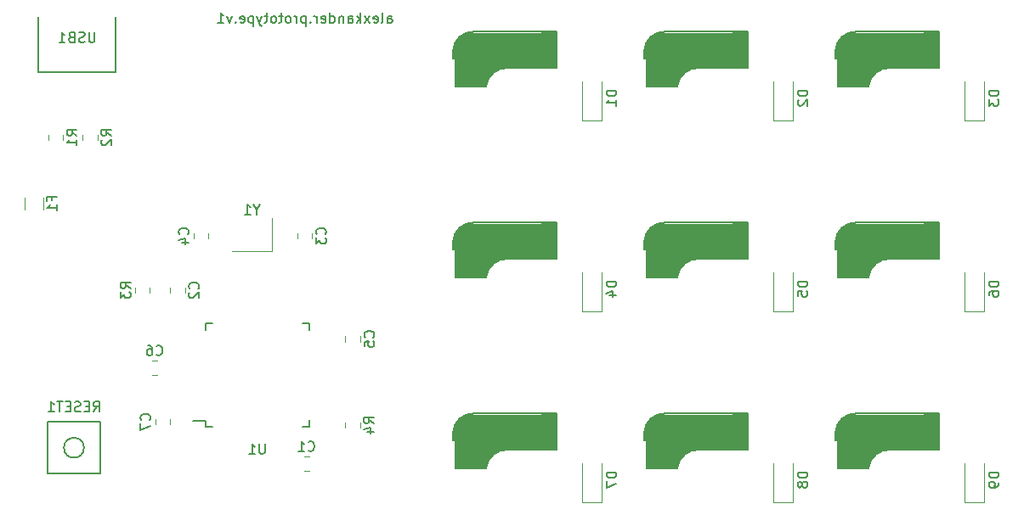
<source format=gbr>
%TF.GenerationSoftware,KiCad,Pcbnew,(5.1.9)-1*%
%TF.CreationDate,2021-06-16T12:24:14-05:00*%
%TF.ProjectId,practice-pcb-ai03-tutorial,70726163-7469-4636-952d-7063622d6169,rev?*%
%TF.SameCoordinates,Original*%
%TF.FileFunction,Legend,Bot*%
%TF.FilePolarity,Positive*%
%FSLAX46Y46*%
G04 Gerber Fmt 4.6, Leading zero omitted, Abs format (unit mm)*
G04 Created by KiCad (PCBNEW (5.1.9)-1) date 2021-06-16 12:24:14*
%MOMM*%
%LPD*%
G01*
G04 APERTURE LIST*
%ADD10C,0.150000*%
%ADD11C,0.300000*%
%ADD12C,0.800000*%
%ADD13C,3.000000*%
%ADD14C,0.500000*%
%ADD15C,1.000000*%
%ADD16C,3.500000*%
%ADD17C,0.400000*%
%ADD18C,0.120000*%
G04 APERTURE END LIST*
D10*
X-12423214Y7485119D02*
X-12423214Y8008928D01*
X-12375595Y8104166D01*
X-12280357Y8151785D01*
X-12089880Y8151785D01*
X-11994642Y8104166D01*
X-12423214Y7532738D02*
X-12327976Y7485119D01*
X-12089880Y7485119D01*
X-11994642Y7532738D01*
X-11947023Y7627976D01*
X-11947023Y7723214D01*
X-11994642Y7818452D01*
X-12089880Y7866071D01*
X-12327976Y7866071D01*
X-12423214Y7913690D01*
X-13042261Y7485119D02*
X-12947023Y7532738D01*
X-12899404Y7627976D01*
X-12899404Y8485119D01*
X-13804166Y7532738D02*
X-13708928Y7485119D01*
X-13518452Y7485119D01*
X-13423214Y7532738D01*
X-13375595Y7627976D01*
X-13375595Y8008928D01*
X-13423214Y8104166D01*
X-13518452Y8151785D01*
X-13708928Y8151785D01*
X-13804166Y8104166D01*
X-13851785Y8008928D01*
X-13851785Y7913690D01*
X-13375595Y7818452D01*
X-14185119Y7485119D02*
X-14708928Y8151785D01*
X-14185119Y8151785D02*
X-14708928Y7485119D01*
X-15089880Y7485119D02*
X-15089880Y8485119D01*
X-15185119Y7866071D02*
X-15470833Y7485119D01*
X-15470833Y8151785D02*
X-15089880Y7770833D01*
X-16327976Y7485119D02*
X-16327976Y8008928D01*
X-16280357Y8104166D01*
X-16185119Y8151785D01*
X-15994642Y8151785D01*
X-15899404Y8104166D01*
X-16327976Y7532738D02*
X-16232738Y7485119D01*
X-15994642Y7485119D01*
X-15899404Y7532738D01*
X-15851785Y7627976D01*
X-15851785Y7723214D01*
X-15899404Y7818452D01*
X-15994642Y7866071D01*
X-16232738Y7866071D01*
X-16327976Y7913690D01*
X-16804166Y8151785D02*
X-16804166Y7485119D01*
X-16804166Y8056547D02*
X-16851785Y8104166D01*
X-16947023Y8151785D01*
X-17089880Y8151785D01*
X-17185119Y8104166D01*
X-17232738Y8008928D01*
X-17232738Y7485119D01*
X-18137500Y7485119D02*
X-18137500Y8485119D01*
X-18137500Y7532738D02*
X-18042261Y7485119D01*
X-17851785Y7485119D01*
X-17756547Y7532738D01*
X-17708928Y7580357D01*
X-17661309Y7675595D01*
X-17661309Y7961309D01*
X-17708928Y8056547D01*
X-17756547Y8104166D01*
X-17851785Y8151785D01*
X-18042261Y8151785D01*
X-18137500Y8104166D01*
X-18994642Y7532738D02*
X-18899404Y7485119D01*
X-18708928Y7485119D01*
X-18613690Y7532738D01*
X-18566071Y7627976D01*
X-18566071Y8008928D01*
X-18613690Y8104166D01*
X-18708928Y8151785D01*
X-18899404Y8151785D01*
X-18994642Y8104166D01*
X-19042261Y8008928D01*
X-19042261Y7913690D01*
X-18566071Y7818452D01*
X-19470833Y7485119D02*
X-19470833Y8151785D01*
X-19470833Y7961309D02*
X-19518452Y8056547D01*
X-19566071Y8104166D01*
X-19661309Y8151785D01*
X-19756547Y8151785D01*
X-20089880Y7580357D02*
X-20137500Y7532738D01*
X-20089880Y7485119D01*
X-20042261Y7532738D01*
X-20089880Y7580357D01*
X-20089880Y7485119D01*
X-20566071Y8151785D02*
X-20566071Y7151785D01*
X-20566071Y8104166D02*
X-20661309Y8151785D01*
X-20851785Y8151785D01*
X-20947023Y8104166D01*
X-20994642Y8056547D01*
X-21042261Y7961309D01*
X-21042261Y7675595D01*
X-20994642Y7580357D01*
X-20947023Y7532738D01*
X-20851785Y7485119D01*
X-20661309Y7485119D01*
X-20566071Y7532738D01*
X-21470833Y7485119D02*
X-21470833Y8151785D01*
X-21470833Y7961309D02*
X-21518452Y8056547D01*
X-21566071Y8104166D01*
X-21661309Y8151785D01*
X-21756547Y8151785D01*
X-22232738Y7485119D02*
X-22137500Y7532738D01*
X-22089880Y7580357D01*
X-22042261Y7675595D01*
X-22042261Y7961309D01*
X-22089880Y8056547D01*
X-22137500Y8104166D01*
X-22232738Y8151785D01*
X-22375595Y8151785D01*
X-22470833Y8104166D01*
X-22518452Y8056547D01*
X-22566071Y7961309D01*
X-22566071Y7675595D01*
X-22518452Y7580357D01*
X-22470833Y7532738D01*
X-22375595Y7485119D01*
X-22232738Y7485119D01*
X-22851785Y8151785D02*
X-23232738Y8151785D01*
X-22994642Y8485119D02*
X-22994642Y7627976D01*
X-23042261Y7532738D01*
X-23137500Y7485119D01*
X-23232738Y7485119D01*
X-23708928Y7485119D02*
X-23613690Y7532738D01*
X-23566071Y7580357D01*
X-23518452Y7675595D01*
X-23518452Y7961309D01*
X-23566071Y8056547D01*
X-23613690Y8104166D01*
X-23708928Y8151785D01*
X-23851785Y8151785D01*
X-23947023Y8104166D01*
X-23994642Y8056547D01*
X-24042261Y7961309D01*
X-24042261Y7675595D01*
X-23994642Y7580357D01*
X-23947023Y7532738D01*
X-23851785Y7485119D01*
X-23708928Y7485119D01*
X-24327976Y8151785D02*
X-24708928Y8151785D01*
X-24470833Y8485119D02*
X-24470833Y7627976D01*
X-24518452Y7532738D01*
X-24613690Y7485119D01*
X-24708928Y7485119D01*
X-24947023Y8151785D02*
X-25185119Y7485119D01*
X-25423214Y8151785D02*
X-25185119Y7485119D01*
X-25089880Y7247023D01*
X-25042261Y7199404D01*
X-24947023Y7151785D01*
X-25804166Y8151785D02*
X-25804166Y7151785D01*
X-25804166Y8104166D02*
X-25899404Y8151785D01*
X-26089880Y8151785D01*
X-26185119Y8104166D01*
X-26232738Y8056547D01*
X-26280357Y7961309D01*
X-26280357Y7675595D01*
X-26232738Y7580357D01*
X-26185119Y7532738D01*
X-26089880Y7485119D01*
X-25899404Y7485119D01*
X-25804166Y7532738D01*
X-27089880Y7532738D02*
X-26994642Y7485119D01*
X-26804166Y7485119D01*
X-26708928Y7532738D01*
X-26661309Y7627976D01*
X-26661309Y8008928D01*
X-26708928Y8104166D01*
X-26804166Y8151785D01*
X-26994642Y8151785D01*
X-27089880Y8104166D01*
X-27137499Y8008928D01*
X-27137499Y7913690D01*
X-26661309Y7818452D01*
X-27566071Y7580357D02*
X-27613690Y7532738D01*
X-27566071Y7485119D01*
X-27518452Y7532738D01*
X-27566071Y7580357D01*
X-27566071Y7485119D01*
X-27947023Y8151785D02*
X-28185119Y7485119D01*
X-28423214Y8151785D01*
X-29327976Y7485119D02*
X-28756547Y7485119D01*
X-29042261Y7485119D02*
X-29042261Y8485119D01*
X-28947023Y8342261D01*
X-28851785Y8247023D01*
X-28756547Y8199404D01*
D11*
%TO.C,SW1*%
X-5800000Y4050000D02*
X-5800000Y4700000D01*
D12*
X-5300000Y1600000D02*
X-5300000Y3399999D01*
D13*
X-4170000Y5100000D02*
X-4170000Y2860000D01*
D14*
X4200000Y3250000D02*
X2900000Y3300000D01*
D15*
X3900000Y6000000D02*
X3900000Y3500000D01*
D16*
X2600000Y4800000D02*
X-4100000Y4800000D01*
D10*
X4400000Y3000000D02*
X4400000Y6600000D01*
X4380000Y4000000D02*
X4380000Y6250000D01*
X-5900000Y3950000D02*
X-5700000Y3950000D01*
X-5650000Y5550000D02*
X-5650000Y1100000D01*
X-5900000Y4700000D02*
X-5900000Y3950000D01*
X-5650000Y1100000D02*
X-2620000Y1100000D01*
X-400000Y3000000D02*
X4400000Y3000000D01*
X4400000Y6600000D02*
X-3800001Y6600000D01*
D14*
X-5450000Y1300000D02*
X-3000000Y1300000D01*
D17*
X4250000Y6400000D02*
X3000000Y6400000D01*
D10*
X-2616318Y1121471D02*
G75*
G02*
X-400000Y3000000I2151318J-291471D01*
G01*
X-5900000Y4699999D02*
G75*
G02*
X-3800001Y6600000I2000000J-99999D01*
G01*
D15*
X-3016318Y1521471D02*
G75*
G02*
X-800000Y3400000I2151318J-291471D01*
G01*
D17*
%TO.C,SW2*%
X23300000Y6400000D02*
X22050000Y6400000D01*
D14*
X13600000Y1300000D02*
X16050000Y1300000D01*
D10*
X23450000Y6600000D02*
X15249999Y6600000D01*
X18650000Y3000000D02*
X23450000Y3000000D01*
X13400000Y1100000D02*
X16430000Y1100000D01*
X13150000Y4700000D02*
X13150000Y3950000D01*
X13400000Y5550000D02*
X13400000Y1100000D01*
X13150000Y3950000D02*
X13350000Y3950000D01*
X23430000Y4000000D02*
X23430000Y6250000D01*
X23450000Y3000000D02*
X23450000Y6600000D01*
D16*
X21650000Y4800000D02*
X14950000Y4800000D01*
D15*
X22950000Y6000000D02*
X22950000Y3500000D01*
D14*
X23250000Y3250000D02*
X21950000Y3300000D01*
D13*
X14880000Y5100000D02*
X14880000Y2860000D01*
D12*
X13750000Y1600000D02*
X13750000Y3399999D01*
D11*
X13250000Y4050000D02*
X13250000Y4700000D01*
D15*
X16033682Y1521471D02*
G75*
G02*
X18250000Y3400000I2151318J-291471D01*
G01*
D10*
X13150000Y4699999D02*
G75*
G02*
X15249999Y6600000I2000000J-99999D01*
G01*
X16433682Y1121471D02*
G75*
G02*
X18650000Y3000000I2151318J-291471D01*
G01*
D17*
%TO.C,SW3*%
X42350000Y6400000D02*
X41100000Y6400000D01*
D14*
X32650000Y1300000D02*
X35100000Y1300000D01*
D10*
X42500000Y6600000D02*
X34299999Y6600000D01*
X37700000Y3000000D02*
X42500000Y3000000D01*
X32450000Y1100000D02*
X35480000Y1100000D01*
X32200000Y4700000D02*
X32200000Y3950000D01*
X32450000Y5550000D02*
X32450000Y1100000D01*
X32200000Y3950000D02*
X32400000Y3950000D01*
X42480000Y4000000D02*
X42480000Y6250000D01*
X42500000Y3000000D02*
X42500000Y6600000D01*
D16*
X40700000Y4800000D02*
X34000000Y4800000D01*
D15*
X42000000Y6000000D02*
X42000000Y3500000D01*
D14*
X42300000Y3250000D02*
X41000000Y3300000D01*
D13*
X33930000Y5100000D02*
X33930000Y2860000D01*
D12*
X32800000Y1600000D02*
X32800000Y3399999D01*
D11*
X32300000Y4050000D02*
X32300000Y4700000D01*
D15*
X35083682Y1521471D02*
G75*
G02*
X37300000Y3400000I2151318J-291471D01*
G01*
D10*
X32200000Y4699999D02*
G75*
G02*
X34299999Y6600000I2000000J-99999D01*
G01*
X35483682Y1121471D02*
G75*
G02*
X37700000Y3000000I2151318J-291471D01*
G01*
D17*
%TO.C,SW4*%
X4250000Y-12650000D02*
X3000000Y-12650000D01*
D14*
X-5450000Y-17750000D02*
X-3000000Y-17750000D01*
D10*
X4400000Y-12450000D02*
X-3800001Y-12450000D01*
X-400000Y-16050000D02*
X4400000Y-16050000D01*
X-5650000Y-17950000D02*
X-2620000Y-17950000D01*
X-5900000Y-14350000D02*
X-5900000Y-15100000D01*
X-5650000Y-13500000D02*
X-5650000Y-17950000D01*
X-5900000Y-15100000D02*
X-5700000Y-15100000D01*
X4380000Y-15050000D02*
X4380000Y-12800000D01*
X4400000Y-16050000D02*
X4400000Y-12450000D01*
D16*
X2600000Y-14250000D02*
X-4100000Y-14250000D01*
D15*
X3900000Y-13050000D02*
X3900000Y-15550000D01*
D14*
X4200000Y-15800000D02*
X2900000Y-15750000D01*
D13*
X-4170000Y-13950000D02*
X-4170000Y-16190000D01*
D12*
X-5300000Y-17450000D02*
X-5300000Y-15650001D01*
D11*
X-5800000Y-15000000D02*
X-5800000Y-14350000D01*
D15*
X-3016318Y-17528529D02*
G75*
G02*
X-800000Y-15650000I2151318J-291471D01*
G01*
D10*
X-5900000Y-14350001D02*
G75*
G02*
X-3800001Y-12450000I2000000J-99999D01*
G01*
X-2616318Y-17928529D02*
G75*
G02*
X-400000Y-16050000I2151318J-291471D01*
G01*
D17*
%TO.C,SW5*%
X23300000Y-12650000D02*
X22050000Y-12650000D01*
D14*
X13600000Y-17750000D02*
X16050000Y-17750000D01*
D10*
X23450000Y-12450000D02*
X15249999Y-12450000D01*
X18650000Y-16050000D02*
X23450000Y-16050000D01*
X13400000Y-17950000D02*
X16430000Y-17950000D01*
X13150000Y-14350000D02*
X13150000Y-15100000D01*
X13400000Y-13500000D02*
X13400000Y-17950000D01*
X13150000Y-15100000D02*
X13350000Y-15100000D01*
X23430000Y-15050000D02*
X23430000Y-12800000D01*
X23450000Y-16050000D02*
X23450000Y-12450000D01*
D16*
X21650000Y-14250000D02*
X14950000Y-14250000D01*
D15*
X22950000Y-13050000D02*
X22950000Y-15550000D01*
D14*
X23250000Y-15800000D02*
X21950000Y-15750000D01*
D13*
X14880000Y-13950000D02*
X14880000Y-16190000D01*
D12*
X13750000Y-17450000D02*
X13750000Y-15650001D01*
D11*
X13250000Y-15000000D02*
X13250000Y-14350000D01*
D15*
X16033682Y-17528529D02*
G75*
G02*
X18250000Y-15650000I2151318J-291471D01*
G01*
D10*
X13150000Y-14350001D02*
G75*
G02*
X15249999Y-12450000I2000000J-99999D01*
G01*
X16433682Y-17928529D02*
G75*
G02*
X18650000Y-16050000I2151318J-291471D01*
G01*
D17*
%TO.C,SW6*%
X42350000Y-12650000D02*
X41100000Y-12650000D01*
D14*
X32650000Y-17750000D02*
X35100000Y-17750000D01*
D10*
X42500000Y-12450000D02*
X34299999Y-12450000D01*
X37700000Y-16050000D02*
X42500000Y-16050000D01*
X32450000Y-17950000D02*
X35480000Y-17950000D01*
X32200000Y-14350000D02*
X32200000Y-15100000D01*
X32450000Y-13500000D02*
X32450000Y-17950000D01*
X32200000Y-15100000D02*
X32400000Y-15100000D01*
X42480000Y-15050000D02*
X42480000Y-12800000D01*
X42500000Y-16050000D02*
X42500000Y-12450000D01*
D16*
X40700000Y-14250000D02*
X34000000Y-14250000D01*
D15*
X42000000Y-13050000D02*
X42000000Y-15550000D01*
D14*
X42300000Y-15800000D02*
X41000000Y-15750000D01*
D13*
X33930000Y-13950000D02*
X33930000Y-16190000D01*
D12*
X32800000Y-17450000D02*
X32800000Y-15650001D01*
D11*
X32300000Y-15000000D02*
X32300000Y-14350000D01*
D15*
X35083682Y-17528529D02*
G75*
G02*
X37300000Y-15650000I2151318J-291471D01*
G01*
D10*
X32200000Y-14350001D02*
G75*
G02*
X34299999Y-12450000I2000000J-99999D01*
G01*
X35483682Y-17928529D02*
G75*
G02*
X37700000Y-16050000I2151318J-291471D01*
G01*
D17*
%TO.C,SW7*%
X4250000Y-31700000D02*
X3000000Y-31700000D01*
D14*
X-5450000Y-36800000D02*
X-3000000Y-36800000D01*
D10*
X4400000Y-31500000D02*
X-3800001Y-31500000D01*
X-400000Y-35100000D02*
X4400000Y-35100000D01*
X-5650000Y-37000000D02*
X-2620000Y-37000000D01*
X-5900000Y-33400000D02*
X-5900000Y-34150000D01*
X-5650000Y-32550000D02*
X-5650000Y-37000000D01*
X-5900000Y-34150000D02*
X-5700000Y-34150000D01*
X4380000Y-34100000D02*
X4380000Y-31850000D01*
X4400000Y-35100000D02*
X4400000Y-31500000D01*
D16*
X2600000Y-33300000D02*
X-4100000Y-33300000D01*
D15*
X3900000Y-32100000D02*
X3900000Y-34600000D01*
D14*
X4200000Y-34850000D02*
X2900000Y-34800000D01*
D13*
X-4170000Y-33000000D02*
X-4170000Y-35240000D01*
D12*
X-5300000Y-36500000D02*
X-5300000Y-34700001D01*
D11*
X-5800000Y-34050000D02*
X-5800000Y-33400000D01*
D15*
X-3016318Y-36578529D02*
G75*
G02*
X-800000Y-34700000I2151318J-291471D01*
G01*
D10*
X-5900000Y-33400001D02*
G75*
G02*
X-3800001Y-31500000I2000000J-99999D01*
G01*
X-2616318Y-36978529D02*
G75*
G02*
X-400000Y-35100000I2151318J-291471D01*
G01*
D17*
%TO.C,SW8*%
X23300000Y-31700000D02*
X22050000Y-31700000D01*
D14*
X13600000Y-36800000D02*
X16050000Y-36800000D01*
D10*
X23450000Y-31500000D02*
X15249999Y-31500000D01*
X18650000Y-35100000D02*
X23450000Y-35100000D01*
X13400000Y-37000000D02*
X16430000Y-37000000D01*
X13150000Y-33400000D02*
X13150000Y-34150000D01*
X13400000Y-32550000D02*
X13400000Y-37000000D01*
X13150000Y-34150000D02*
X13350000Y-34150000D01*
X23430000Y-34100000D02*
X23430000Y-31850000D01*
X23450000Y-35100000D02*
X23450000Y-31500000D01*
D16*
X21650000Y-33300000D02*
X14950000Y-33300000D01*
D15*
X22950000Y-32100000D02*
X22950000Y-34600000D01*
D14*
X23250000Y-34850000D02*
X21950000Y-34800000D01*
D13*
X14880000Y-33000000D02*
X14880000Y-35240000D01*
D12*
X13750000Y-36500000D02*
X13750000Y-34700001D01*
D11*
X13250000Y-34050000D02*
X13250000Y-33400000D01*
D15*
X16033682Y-36578529D02*
G75*
G02*
X18250000Y-34700000I2151318J-291471D01*
G01*
D10*
X13150000Y-33400001D02*
G75*
G02*
X15249999Y-31500000I2000000J-99999D01*
G01*
X16433682Y-36978529D02*
G75*
G02*
X18650000Y-35100000I2151318J-291471D01*
G01*
D17*
%TO.C,SW9*%
X42350000Y-31700000D02*
X41100000Y-31700000D01*
D14*
X32650000Y-36800000D02*
X35100000Y-36800000D01*
D10*
X42500000Y-31500000D02*
X34299999Y-31500000D01*
X37700000Y-35100000D02*
X42500000Y-35100000D01*
X32450000Y-37000000D02*
X35480000Y-37000000D01*
X32200000Y-33400000D02*
X32200000Y-34150000D01*
X32450000Y-32550000D02*
X32450000Y-37000000D01*
X32200000Y-34150000D02*
X32400000Y-34150000D01*
X42480000Y-34100000D02*
X42480000Y-31850000D01*
X42500000Y-35100000D02*
X42500000Y-31500000D01*
D16*
X40700000Y-33300000D02*
X34000000Y-33300000D01*
D15*
X42000000Y-32100000D02*
X42000000Y-34600000D01*
D14*
X42300000Y-34850000D02*
X41000000Y-34800000D01*
D13*
X33930000Y-33000000D02*
X33930000Y-35240000D01*
D12*
X32800000Y-36500000D02*
X32800000Y-34700001D01*
D11*
X32300000Y-34050000D02*
X32300000Y-33400000D01*
D15*
X35083682Y-36578529D02*
G75*
G02*
X37300000Y-34700000I2151318J-291471D01*
G01*
D10*
X32200000Y-33400001D02*
G75*
G02*
X34299999Y-31500000I2000000J-99999D01*
G01*
X35483682Y-36978529D02*
G75*
G02*
X37700000Y-35100000I2151318J-291471D01*
G01*
%TO.C,USB1*%
X-47187500Y8032750D02*
X-47187500Y2582750D01*
X-39487500Y8032750D02*
X-39487500Y2582750D01*
X-47187500Y2582750D02*
X-39487500Y2582750D01*
D18*
%TO.C,R4*%
X-16610000Y-32889564D02*
X-16610000Y-32435436D01*
X-15140000Y-32889564D02*
X-15140000Y-32435436D01*
%TO.C,R3*%
X-36095000Y-18973436D02*
X-36095000Y-19427564D01*
X-37565000Y-18973436D02*
X-37565000Y-19427564D01*
%TO.C,R2*%
X-42772000Y-4187564D02*
X-42772000Y-3733436D01*
X-41302000Y-4187564D02*
X-41302000Y-3733436D01*
%TO.C,R1*%
X-46201000Y-4187564D02*
X-46201000Y-3733436D01*
X-44731000Y-4187564D02*
X-44731000Y-3733436D01*
%TO.C,Y1*%
X-23919250Y-11970750D02*
X-23919250Y-15270750D01*
X-23919250Y-15270750D02*
X-27919250Y-15270750D01*
D10*
%TO.C,U1*%
X-30568750Y-32237500D02*
X-31843750Y-32237500D01*
X-20218750Y-32812500D02*
X-20893750Y-32812500D01*
X-20218750Y-22462500D02*
X-20893750Y-22462500D01*
X-30568750Y-22462500D02*
X-29893750Y-22462500D01*
X-30568750Y-32812500D02*
X-29893750Y-32812500D01*
X-30568750Y-22462500D02*
X-30568750Y-23137500D01*
X-20218750Y-22462500D02*
X-20218750Y-23137500D01*
X-20218750Y-32812500D02*
X-20218750Y-32137500D01*
X-30568750Y-32812500D02*
X-30568750Y-32237500D01*
%TO.C,RESET1*%
X-46256250Y-37525000D02*
X-41056250Y-37525000D01*
X-41056250Y-37525000D02*
X-41056250Y-32325000D01*
X-41056250Y-32325000D02*
X-46256250Y-32325000D01*
X-46256250Y-32325000D02*
X-46256250Y-37525000D01*
X-42656250Y-34925000D02*
G75*
G03*
X-42656250Y-34925000I-1000000J0D01*
G01*
D18*
%TO.C,F1*%
X-46715000Y-11140064D02*
X-46715000Y-9935936D01*
X-48535000Y-11140064D02*
X-48535000Y-9935936D01*
%TO.C,D9*%
X47037500Y-40350000D02*
X45037500Y-40350000D01*
X45037500Y-40350000D02*
X45037500Y-36450000D01*
X47037500Y-40350000D02*
X47037500Y-36450000D01*
%TO.C,D8*%
X27987500Y-40350000D02*
X25987500Y-40350000D01*
X25987500Y-40350000D02*
X25987500Y-36450000D01*
X27987500Y-40350000D02*
X27987500Y-36450000D01*
%TO.C,D7*%
X8937500Y-40350000D02*
X6937500Y-40350000D01*
X6937500Y-40350000D02*
X6937500Y-36450000D01*
X8937500Y-40350000D02*
X8937500Y-36450000D01*
%TO.C,D6*%
X47037500Y-21300000D02*
X45037500Y-21300000D01*
X45037500Y-21300000D02*
X45037500Y-17400000D01*
X47037500Y-21300000D02*
X47037500Y-17400000D01*
%TO.C,D5*%
X27987500Y-21300000D02*
X25987500Y-21300000D01*
X25987500Y-21300000D02*
X25987500Y-17400000D01*
X27987500Y-21300000D02*
X27987500Y-17400000D01*
%TO.C,D4*%
X8937500Y-21300000D02*
X6937500Y-21300000D01*
X6937500Y-21300000D02*
X6937500Y-17400000D01*
X8937500Y-21300000D02*
X8937500Y-17400000D01*
%TO.C,D3*%
X47037500Y-2250000D02*
X45037500Y-2250000D01*
X45037500Y-2250000D02*
X45037500Y1650000D01*
X47037500Y-2250000D02*
X47037500Y1650000D01*
%TO.C,D2*%
X27987500Y-2250000D02*
X25987500Y-2250000D01*
X25987500Y-2250000D02*
X25987500Y1650000D01*
X27987500Y-2250000D02*
X27987500Y1650000D01*
%TO.C,D1*%
X8937500Y-2250000D02*
X6937500Y-2250000D01*
X6937500Y-2250000D02*
X6937500Y1650000D01*
X8937500Y-2250000D02*
X8937500Y1650000D01*
%TO.C,C7*%
X-35533000Y-32057748D02*
X-35533000Y-32580252D01*
X-34063000Y-32057748D02*
X-34063000Y-32580252D01*
%TO.C,C6*%
X-35364748Y-26189000D02*
X-35887252Y-26189000D01*
X-35364748Y-27659000D02*
X-35887252Y-27659000D01*
%TO.C,C5*%
X-15140000Y-24325252D02*
X-15140000Y-23802748D01*
X-16610000Y-24325252D02*
X-16610000Y-23802748D01*
%TO.C,C4*%
X-31723000Y-13515748D02*
X-31723000Y-14038252D01*
X-30253000Y-13515748D02*
X-30253000Y-14038252D01*
%TO.C,C3*%
X-19934250Y-14038252D02*
X-19934250Y-13515748D01*
X-21404250Y-14038252D02*
X-21404250Y-13515748D01*
%TO.C,C2*%
X-32602500Y-19467502D02*
X-32602500Y-18944998D01*
X-34072500Y-19467502D02*
X-34072500Y-18944998D01*
%TO.C,C1*%
X-20219998Y-35777500D02*
X-20742502Y-35777500D01*
X-20219998Y-37247500D02*
X-20742502Y-37247500D01*
%TO.C,USB1*%
D10*
X-41599404Y6548369D02*
X-41599404Y5738845D01*
X-41647023Y5643607D01*
X-41694642Y5595988D01*
X-41789880Y5548369D01*
X-41980357Y5548369D01*
X-42075595Y5595988D01*
X-42123214Y5643607D01*
X-42170833Y5738845D01*
X-42170833Y6548369D01*
X-42599404Y5595988D02*
X-42742261Y5548369D01*
X-42980357Y5548369D01*
X-43075595Y5595988D01*
X-43123214Y5643607D01*
X-43170833Y5738845D01*
X-43170833Y5834083D01*
X-43123214Y5929321D01*
X-43075595Y5976940D01*
X-42980357Y6024559D01*
X-42789880Y6072178D01*
X-42694642Y6119797D01*
X-42647023Y6167416D01*
X-42599404Y6262654D01*
X-42599404Y6357892D01*
X-42647023Y6453130D01*
X-42694642Y6500750D01*
X-42789880Y6548369D01*
X-43027976Y6548369D01*
X-43170833Y6500750D01*
X-43932738Y6072178D02*
X-44075595Y6024559D01*
X-44123214Y5976940D01*
X-44170833Y5881702D01*
X-44170833Y5738845D01*
X-44123214Y5643607D01*
X-44075595Y5595988D01*
X-43980357Y5548369D01*
X-43599404Y5548369D01*
X-43599404Y6548369D01*
X-43932738Y6548369D01*
X-44027976Y6500750D01*
X-44075595Y6453130D01*
X-44123214Y6357892D01*
X-44123214Y6262654D01*
X-44075595Y6167416D01*
X-44027976Y6119797D01*
X-43932738Y6072178D01*
X-43599404Y6072178D01*
X-45123214Y5548369D02*
X-44551785Y5548369D01*
X-44837500Y5548369D02*
X-44837500Y6548369D01*
X-44742261Y6405511D01*
X-44647023Y6310273D01*
X-44551785Y6262654D01*
%TO.C,R4*%
X-13772619Y-32495833D02*
X-14248809Y-32162500D01*
X-13772619Y-31924404D02*
X-14772619Y-31924404D01*
X-14772619Y-32305357D01*
X-14725000Y-32400595D01*
X-14677380Y-32448214D01*
X-14582142Y-32495833D01*
X-14439285Y-32495833D01*
X-14344047Y-32448214D01*
X-14296428Y-32400595D01*
X-14248809Y-32305357D01*
X-14248809Y-31924404D01*
X-14439285Y-33352976D02*
X-13772619Y-33352976D01*
X-14820238Y-33114880D02*
X-14105952Y-32876785D01*
X-14105952Y-33495833D01*
%TO.C,R3*%
X-38027619Y-19033833D02*
X-38503809Y-18700500D01*
X-38027619Y-18462404D02*
X-39027619Y-18462404D01*
X-39027619Y-18843357D01*
X-38980000Y-18938595D01*
X-38932380Y-18986214D01*
X-38837142Y-19033833D01*
X-38694285Y-19033833D01*
X-38599047Y-18986214D01*
X-38551428Y-18938595D01*
X-38503809Y-18843357D01*
X-38503809Y-18462404D01*
X-39027619Y-19367166D02*
X-39027619Y-19986214D01*
X-38646666Y-19652880D01*
X-38646666Y-19795738D01*
X-38599047Y-19890976D01*
X-38551428Y-19938595D01*
X-38456190Y-19986214D01*
X-38218095Y-19986214D01*
X-38122857Y-19938595D01*
X-38075238Y-19890976D01*
X-38027619Y-19795738D01*
X-38027619Y-19510023D01*
X-38075238Y-19414785D01*
X-38122857Y-19367166D01*
%TO.C,R2*%
X-39934619Y-3793833D02*
X-40410809Y-3460500D01*
X-39934619Y-3222404D02*
X-40934619Y-3222404D01*
X-40934619Y-3603357D01*
X-40887000Y-3698595D01*
X-40839380Y-3746214D01*
X-40744142Y-3793833D01*
X-40601285Y-3793833D01*
X-40506047Y-3746214D01*
X-40458428Y-3698595D01*
X-40410809Y-3603357D01*
X-40410809Y-3222404D01*
X-40839380Y-4174785D02*
X-40887000Y-4222404D01*
X-40934619Y-4317642D01*
X-40934619Y-4555738D01*
X-40887000Y-4650976D01*
X-40839380Y-4698595D01*
X-40744142Y-4746214D01*
X-40648904Y-4746214D01*
X-40506047Y-4698595D01*
X-39934619Y-4127166D01*
X-39934619Y-4746214D01*
%TO.C,R1*%
X-43363619Y-3793833D02*
X-43839809Y-3460500D01*
X-43363619Y-3222404D02*
X-44363619Y-3222404D01*
X-44363619Y-3603357D01*
X-44316000Y-3698595D01*
X-44268380Y-3746214D01*
X-44173142Y-3793833D01*
X-44030285Y-3793833D01*
X-43935047Y-3746214D01*
X-43887428Y-3698595D01*
X-43839809Y-3603357D01*
X-43839809Y-3222404D01*
X-43363619Y-4746214D02*
X-43363619Y-4174785D01*
X-43363619Y-4460500D02*
X-44363619Y-4460500D01*
X-44220761Y-4365261D01*
X-44125523Y-4270023D01*
X-44077904Y-4174785D01*
%TO.C,Y1*%
X-25443059Y-11146940D02*
X-25443059Y-11623130D01*
X-25109726Y-10623130D02*
X-25443059Y-11146940D01*
X-25776392Y-10623130D01*
X-26633535Y-11623130D02*
X-26062107Y-11623130D01*
X-26347821Y-11623130D02*
X-26347821Y-10623130D01*
X-26252583Y-10765988D01*
X-26157345Y-10861226D01*
X-26062107Y-10908845D01*
%TO.C,U1*%
X-24631845Y-34539880D02*
X-24631845Y-35349404D01*
X-24679464Y-35444642D01*
X-24727083Y-35492261D01*
X-24822321Y-35539880D01*
X-25012797Y-35539880D01*
X-25108035Y-35492261D01*
X-25155654Y-35444642D01*
X-25203273Y-35349404D01*
X-25203273Y-34539880D01*
X-26203273Y-35539880D02*
X-25631845Y-35539880D01*
X-25917559Y-35539880D02*
X-25917559Y-34539880D01*
X-25822321Y-34682738D01*
X-25727083Y-34777976D01*
X-25631845Y-34825595D01*
%TO.C,RESET1*%
X-41727678Y-31313380D02*
X-41394345Y-30837190D01*
X-41156250Y-31313380D02*
X-41156250Y-30313380D01*
X-41537202Y-30313380D01*
X-41632440Y-30361000D01*
X-41680059Y-30408619D01*
X-41727678Y-30503857D01*
X-41727678Y-30646714D01*
X-41680059Y-30741952D01*
X-41632440Y-30789571D01*
X-41537202Y-30837190D01*
X-41156250Y-30837190D01*
X-42156250Y-30789571D02*
X-42489583Y-30789571D01*
X-42632440Y-31313380D02*
X-42156250Y-31313380D01*
X-42156250Y-30313380D01*
X-42632440Y-30313380D01*
X-43013392Y-31265761D02*
X-43156250Y-31313380D01*
X-43394345Y-31313380D01*
X-43489583Y-31265761D01*
X-43537202Y-31218142D01*
X-43584821Y-31122904D01*
X-43584821Y-31027666D01*
X-43537202Y-30932428D01*
X-43489583Y-30884809D01*
X-43394345Y-30837190D01*
X-43203869Y-30789571D01*
X-43108630Y-30741952D01*
X-43061011Y-30694333D01*
X-43013392Y-30599095D01*
X-43013392Y-30503857D01*
X-43061011Y-30408619D01*
X-43108630Y-30361000D01*
X-43203869Y-30313380D01*
X-43441964Y-30313380D01*
X-43584821Y-30361000D01*
X-44013392Y-30789571D02*
X-44346726Y-30789571D01*
X-44489583Y-31313380D02*
X-44013392Y-31313380D01*
X-44013392Y-30313380D01*
X-44489583Y-30313380D01*
X-44775297Y-30313380D02*
X-45346726Y-30313380D01*
X-45061011Y-31313380D02*
X-45061011Y-30313380D01*
X-46203869Y-31313380D02*
X-45632440Y-31313380D01*
X-45918154Y-31313380D02*
X-45918154Y-30313380D01*
X-45822916Y-30456238D01*
X-45727678Y-30551476D01*
X-45632440Y-30599095D01*
%TO.C,F1*%
X-45876428Y-10204666D02*
X-45876428Y-9871333D01*
X-45352619Y-9871333D02*
X-46352619Y-9871333D01*
X-46352619Y-10347523D01*
X-45352619Y-11252285D02*
X-45352619Y-10680857D01*
X-45352619Y-10966571D02*
X-46352619Y-10966571D01*
X-46209761Y-10871333D01*
X-46114523Y-10776095D01*
X-46066904Y-10680857D01*
%TO.C,D9*%
X48489880Y-37361904D02*
X47489880Y-37361904D01*
X47489880Y-37600000D01*
X47537500Y-37742857D01*
X47632738Y-37838095D01*
X47727976Y-37885714D01*
X47918452Y-37933333D01*
X48061309Y-37933333D01*
X48251785Y-37885714D01*
X48347023Y-37838095D01*
X48442261Y-37742857D01*
X48489880Y-37600000D01*
X48489880Y-37361904D01*
X48489880Y-38409523D02*
X48489880Y-38600000D01*
X48442261Y-38695238D01*
X48394642Y-38742857D01*
X48251785Y-38838095D01*
X48061309Y-38885714D01*
X47680357Y-38885714D01*
X47585119Y-38838095D01*
X47537500Y-38790476D01*
X47489880Y-38695238D01*
X47489880Y-38504761D01*
X47537500Y-38409523D01*
X47585119Y-38361904D01*
X47680357Y-38314285D01*
X47918452Y-38314285D01*
X48013690Y-38361904D01*
X48061309Y-38409523D01*
X48108928Y-38504761D01*
X48108928Y-38695238D01*
X48061309Y-38790476D01*
X48013690Y-38838095D01*
X47918452Y-38885714D01*
%TO.C,D8*%
X29439880Y-37361904D02*
X28439880Y-37361904D01*
X28439880Y-37600000D01*
X28487500Y-37742857D01*
X28582738Y-37838095D01*
X28677976Y-37885714D01*
X28868452Y-37933333D01*
X29011309Y-37933333D01*
X29201785Y-37885714D01*
X29297023Y-37838095D01*
X29392261Y-37742857D01*
X29439880Y-37600000D01*
X29439880Y-37361904D01*
X28868452Y-38504761D02*
X28820833Y-38409523D01*
X28773214Y-38361904D01*
X28677976Y-38314285D01*
X28630357Y-38314285D01*
X28535119Y-38361904D01*
X28487500Y-38409523D01*
X28439880Y-38504761D01*
X28439880Y-38695238D01*
X28487500Y-38790476D01*
X28535119Y-38838095D01*
X28630357Y-38885714D01*
X28677976Y-38885714D01*
X28773214Y-38838095D01*
X28820833Y-38790476D01*
X28868452Y-38695238D01*
X28868452Y-38504761D01*
X28916071Y-38409523D01*
X28963690Y-38361904D01*
X29058928Y-38314285D01*
X29249404Y-38314285D01*
X29344642Y-38361904D01*
X29392261Y-38409523D01*
X29439880Y-38504761D01*
X29439880Y-38695238D01*
X29392261Y-38790476D01*
X29344642Y-38838095D01*
X29249404Y-38885714D01*
X29058928Y-38885714D01*
X28963690Y-38838095D01*
X28916071Y-38790476D01*
X28868452Y-38695238D01*
%TO.C,D7*%
X10389880Y-37361904D02*
X9389880Y-37361904D01*
X9389880Y-37600000D01*
X9437500Y-37742857D01*
X9532738Y-37838095D01*
X9627976Y-37885714D01*
X9818452Y-37933333D01*
X9961309Y-37933333D01*
X10151785Y-37885714D01*
X10247023Y-37838095D01*
X10342261Y-37742857D01*
X10389880Y-37600000D01*
X10389880Y-37361904D01*
X9389880Y-38266666D02*
X9389880Y-38933333D01*
X10389880Y-38504761D01*
%TO.C,D6*%
X48489880Y-18311904D02*
X47489880Y-18311904D01*
X47489880Y-18550000D01*
X47537500Y-18692857D01*
X47632738Y-18788095D01*
X47727976Y-18835714D01*
X47918452Y-18883333D01*
X48061309Y-18883333D01*
X48251785Y-18835714D01*
X48347023Y-18788095D01*
X48442261Y-18692857D01*
X48489880Y-18550000D01*
X48489880Y-18311904D01*
X47489880Y-19740476D02*
X47489880Y-19550000D01*
X47537500Y-19454761D01*
X47585119Y-19407142D01*
X47727976Y-19311904D01*
X47918452Y-19264285D01*
X48299404Y-19264285D01*
X48394642Y-19311904D01*
X48442261Y-19359523D01*
X48489880Y-19454761D01*
X48489880Y-19645238D01*
X48442261Y-19740476D01*
X48394642Y-19788095D01*
X48299404Y-19835714D01*
X48061309Y-19835714D01*
X47966071Y-19788095D01*
X47918452Y-19740476D01*
X47870833Y-19645238D01*
X47870833Y-19454761D01*
X47918452Y-19359523D01*
X47966071Y-19311904D01*
X48061309Y-19264285D01*
%TO.C,D5*%
X29439880Y-18311904D02*
X28439880Y-18311904D01*
X28439880Y-18550000D01*
X28487500Y-18692857D01*
X28582738Y-18788095D01*
X28677976Y-18835714D01*
X28868452Y-18883333D01*
X29011309Y-18883333D01*
X29201785Y-18835714D01*
X29297023Y-18788095D01*
X29392261Y-18692857D01*
X29439880Y-18550000D01*
X29439880Y-18311904D01*
X28439880Y-19788095D02*
X28439880Y-19311904D01*
X28916071Y-19264285D01*
X28868452Y-19311904D01*
X28820833Y-19407142D01*
X28820833Y-19645238D01*
X28868452Y-19740476D01*
X28916071Y-19788095D01*
X29011309Y-19835714D01*
X29249404Y-19835714D01*
X29344642Y-19788095D01*
X29392261Y-19740476D01*
X29439880Y-19645238D01*
X29439880Y-19407142D01*
X29392261Y-19311904D01*
X29344642Y-19264285D01*
%TO.C,D4*%
X10389880Y-18311904D02*
X9389880Y-18311904D01*
X9389880Y-18550000D01*
X9437500Y-18692857D01*
X9532738Y-18788095D01*
X9627976Y-18835714D01*
X9818452Y-18883333D01*
X9961309Y-18883333D01*
X10151785Y-18835714D01*
X10247023Y-18788095D01*
X10342261Y-18692857D01*
X10389880Y-18550000D01*
X10389880Y-18311904D01*
X9723214Y-19740476D02*
X10389880Y-19740476D01*
X9342261Y-19502380D02*
X10056547Y-19264285D01*
X10056547Y-19883333D01*
%TO.C,D3*%
X48489880Y738095D02*
X47489880Y738095D01*
X47489880Y500000D01*
X47537500Y357142D01*
X47632738Y261904D01*
X47727976Y214285D01*
X47918452Y166666D01*
X48061309Y166666D01*
X48251785Y214285D01*
X48347023Y261904D01*
X48442261Y357142D01*
X48489880Y500000D01*
X48489880Y738095D01*
X47489880Y-166666D02*
X47489880Y-785714D01*
X47870833Y-452380D01*
X47870833Y-595238D01*
X47918452Y-690476D01*
X47966071Y-738095D01*
X48061309Y-785714D01*
X48299404Y-785714D01*
X48394642Y-738095D01*
X48442261Y-690476D01*
X48489880Y-595238D01*
X48489880Y-309523D01*
X48442261Y-214285D01*
X48394642Y-166666D01*
%TO.C,D2*%
X29439880Y738095D02*
X28439880Y738095D01*
X28439880Y500000D01*
X28487500Y357142D01*
X28582738Y261904D01*
X28677976Y214285D01*
X28868452Y166666D01*
X29011309Y166666D01*
X29201785Y214285D01*
X29297023Y261904D01*
X29392261Y357142D01*
X29439880Y500000D01*
X29439880Y738095D01*
X28535119Y-214285D02*
X28487500Y-261904D01*
X28439880Y-357142D01*
X28439880Y-595238D01*
X28487500Y-690476D01*
X28535119Y-738095D01*
X28630357Y-785714D01*
X28725595Y-785714D01*
X28868452Y-738095D01*
X29439880Y-166666D01*
X29439880Y-785714D01*
%TO.C,D1*%
X10389880Y738095D02*
X9389880Y738095D01*
X9389880Y500000D01*
X9437500Y357142D01*
X9532738Y261904D01*
X9627976Y214285D01*
X9818452Y166666D01*
X9961309Y166666D01*
X10151785Y214285D01*
X10247023Y261904D01*
X10342261Y357142D01*
X10389880Y500000D01*
X10389880Y738095D01*
X10389880Y-785714D02*
X10389880Y-214285D01*
X10389880Y-500000D02*
X9389880Y-499999D01*
X9532738Y-404761D01*
X9627976Y-309523D01*
X9675595Y-214285D01*
%TO.C,C7*%
X-36120857Y-32152333D02*
X-36073238Y-32104714D01*
X-36025619Y-31961857D01*
X-36025619Y-31866619D01*
X-36073238Y-31723761D01*
X-36168476Y-31628523D01*
X-36263714Y-31580904D01*
X-36454190Y-31533285D01*
X-36597047Y-31533285D01*
X-36787523Y-31580904D01*
X-36882761Y-31628523D01*
X-36978000Y-31723761D01*
X-37025619Y-31866619D01*
X-37025619Y-31961857D01*
X-36978000Y-32104714D01*
X-36930380Y-32152333D01*
X-37025619Y-32485666D02*
X-37025619Y-33152333D01*
X-36025619Y-32723761D01*
%TO.C,C6*%
X-35459333Y-25601142D02*
X-35411714Y-25648761D01*
X-35268857Y-25696380D01*
X-35173619Y-25696380D01*
X-35030761Y-25648761D01*
X-34935523Y-25553523D01*
X-34887904Y-25458285D01*
X-34840285Y-25267809D01*
X-34840285Y-25124952D01*
X-34887904Y-24934476D01*
X-34935523Y-24839238D01*
X-35030761Y-24744000D01*
X-35173619Y-24696380D01*
X-35268857Y-24696380D01*
X-35411714Y-24744000D01*
X-35459333Y-24791619D01*
X-36316476Y-24696380D02*
X-36126000Y-24696380D01*
X-36030761Y-24744000D01*
X-35983142Y-24791619D01*
X-35887904Y-24934476D01*
X-35840285Y-25124952D01*
X-35840285Y-25505904D01*
X-35887904Y-25601142D01*
X-35935523Y-25648761D01*
X-36030761Y-25696380D01*
X-36221238Y-25696380D01*
X-36316476Y-25648761D01*
X-36364095Y-25601142D01*
X-36411714Y-25505904D01*
X-36411714Y-25267809D01*
X-36364095Y-25172571D01*
X-36316476Y-25124952D01*
X-36221238Y-25077333D01*
X-36030761Y-25077333D01*
X-35935523Y-25124952D01*
X-35887904Y-25172571D01*
X-35840285Y-25267809D01*
%TO.C,C5*%
X-13837857Y-23897333D02*
X-13790238Y-23849714D01*
X-13742619Y-23706857D01*
X-13742619Y-23611619D01*
X-13790238Y-23468761D01*
X-13885476Y-23373523D01*
X-13980714Y-23325904D01*
X-14171190Y-23278285D01*
X-14314047Y-23278285D01*
X-14504523Y-23325904D01*
X-14599761Y-23373523D01*
X-14695000Y-23468761D01*
X-14742619Y-23611619D01*
X-14742619Y-23706857D01*
X-14695000Y-23849714D01*
X-14647380Y-23897333D01*
X-14742619Y-24802095D02*
X-14742619Y-24325904D01*
X-14266428Y-24278285D01*
X-14314047Y-24325904D01*
X-14361666Y-24421142D01*
X-14361666Y-24659238D01*
X-14314047Y-24754476D01*
X-14266428Y-24802095D01*
X-14171190Y-24849714D01*
X-13933095Y-24849714D01*
X-13837857Y-24802095D01*
X-13790238Y-24754476D01*
X-13742619Y-24659238D01*
X-13742619Y-24421142D01*
X-13790238Y-24325904D01*
X-13837857Y-24278285D01*
%TO.C,C4*%
X-32310857Y-13610333D02*
X-32263238Y-13562714D01*
X-32215619Y-13419857D01*
X-32215619Y-13324619D01*
X-32263238Y-13181761D01*
X-32358476Y-13086523D01*
X-32453714Y-13038904D01*
X-32644190Y-12991285D01*
X-32787047Y-12991285D01*
X-32977523Y-13038904D01*
X-33072761Y-13086523D01*
X-33168000Y-13181761D01*
X-33215619Y-13324619D01*
X-33215619Y-13419857D01*
X-33168000Y-13562714D01*
X-33120380Y-13610333D01*
X-32882285Y-14467476D02*
X-32215619Y-14467476D01*
X-33263238Y-14229380D02*
X-32548952Y-13991285D01*
X-32548952Y-14610333D01*
%TO.C,C3*%
X-18632107Y-13610333D02*
X-18584488Y-13562714D01*
X-18536869Y-13419857D01*
X-18536869Y-13324619D01*
X-18584488Y-13181761D01*
X-18679726Y-13086523D01*
X-18774964Y-13038904D01*
X-18965440Y-12991285D01*
X-19108297Y-12991285D01*
X-19298773Y-13038904D01*
X-19394011Y-13086523D01*
X-19489250Y-13181761D01*
X-19536869Y-13324619D01*
X-19536869Y-13419857D01*
X-19489250Y-13562714D01*
X-19441630Y-13610333D01*
X-19536869Y-13943666D02*
X-19536869Y-14562714D01*
X-19155916Y-14229380D01*
X-19155916Y-14372238D01*
X-19108297Y-14467476D01*
X-19060678Y-14515095D01*
X-18965440Y-14562714D01*
X-18727345Y-14562714D01*
X-18632107Y-14515095D01*
X-18584488Y-14467476D01*
X-18536869Y-14372238D01*
X-18536869Y-14086523D01*
X-18584488Y-13991285D01*
X-18632107Y-13943666D01*
%TO.C,C2*%
X-31300357Y-19039583D02*
X-31252738Y-18991964D01*
X-31205119Y-18849107D01*
X-31205119Y-18753869D01*
X-31252738Y-18611011D01*
X-31347976Y-18515773D01*
X-31443214Y-18468154D01*
X-31633690Y-18420535D01*
X-31776547Y-18420535D01*
X-31967023Y-18468154D01*
X-32062261Y-18515773D01*
X-32157500Y-18611011D01*
X-32205119Y-18753869D01*
X-32205119Y-18849107D01*
X-32157500Y-18991964D01*
X-32109880Y-19039583D01*
X-32109880Y-19420535D02*
X-32157500Y-19468154D01*
X-32205119Y-19563392D01*
X-32205119Y-19801488D01*
X-32157500Y-19896726D01*
X-32109880Y-19944345D01*
X-32014642Y-19991964D01*
X-31919404Y-19991964D01*
X-31776547Y-19944345D01*
X-31205119Y-19372916D01*
X-31205119Y-19991964D01*
%TO.C,C1*%
X-20314583Y-35189642D02*
X-20266964Y-35237261D01*
X-20124107Y-35284880D01*
X-20028869Y-35284880D01*
X-19886011Y-35237261D01*
X-19790773Y-35142023D01*
X-19743154Y-35046785D01*
X-19695535Y-34856309D01*
X-19695535Y-34713452D01*
X-19743154Y-34522976D01*
X-19790773Y-34427738D01*
X-19886011Y-34332500D01*
X-20028869Y-34284880D01*
X-20124107Y-34284880D01*
X-20266964Y-34332500D01*
X-20314583Y-34380119D01*
X-21266964Y-35284880D02*
X-20695535Y-35284880D01*
X-20981250Y-35284880D02*
X-20981250Y-34284880D01*
X-20886011Y-34427738D01*
X-20790773Y-34522976D01*
X-20695535Y-34570595D01*
%TD*%
M02*

</source>
